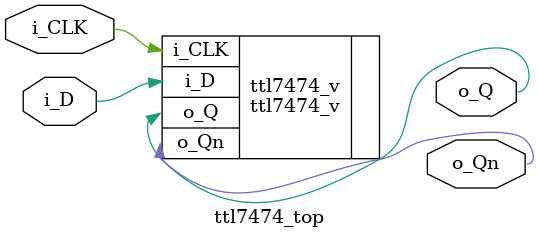
<source format=v>
module ttl7474_top (
  input i_D,
  output o_Q,
  output o_Qn,
  input i_CLK
  );

  // RTL
  /*
  ttl7474 ttl7474(
    .i_D(i_D),
    .o_Q(o_Q),
    .o_Qn(o_Qn),
    .i_CLK(i_CLK)
    );
	*/
  // modelsim
  
  ttl7474_v ttl7474_v(
    .i_D(i_D),
    .o_Q(o_Q),
    .o_Qn(o_Qn),
    .i_CLK(i_CLK)
    );
  

endmodule //ttl7474_top

</source>
